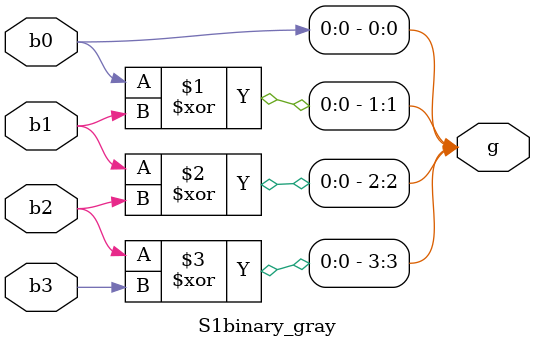
<source format=v>
`timescale 1ns / 1ps
module S1binary_gray(b0,b1,b2,b3,g
    );
input b0,b1,b2,b3;
output [0:3]g;
wire [0:3]g;
buf g1(g[0],b0);
xor g2(g[1],b0,b1);
xor g3(g[2],b1,b2);
xor g4(g[3],b2,b3);
endmodule

</source>
